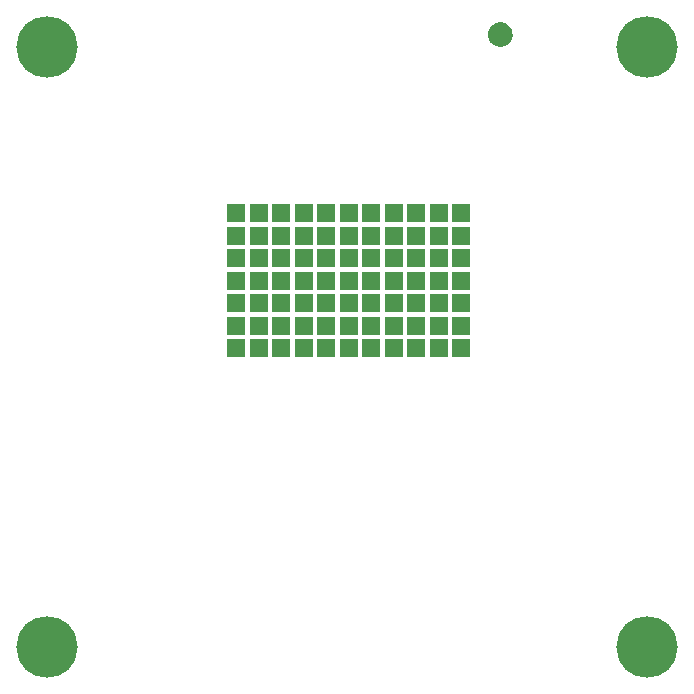
<source format=gbs>
G04 Layer: BottomSolderMaskLayer*
G04 EasyEDA v6.5.34, 2023-08-21 18:11:39*
G04 9c97267a3da04390b3a887c6ab87079a,5a6b42c53f6a479593ecc07194224c93,10*
G04 Gerber Generator version 0.2*
G04 Scale: 100 percent, Rotated: No, Reflected: No *
G04 Dimensions in millimeters *
G04 leading zeros omitted , absolute positions ,4 integer and 5 decimal *
%FSLAX45Y45*%
%MOMM*%

%ADD10C,5.2032*%

%LPD*%
G36*
X4216400Y5669534D02*
G01*
X4207154Y5669127D01*
X4198010Y5667908D01*
X4189018Y5665876D01*
X4184599Y5664606D01*
X4175963Y5661406D01*
X4167632Y5657443D01*
X4159656Y5652770D01*
X4152137Y5647385D01*
X4145127Y5641390D01*
X4138676Y5634837D01*
X4132834Y5627674D01*
X4127652Y5620054D01*
X4123131Y5611977D01*
X4119372Y5603544D01*
X4116374Y5594858D01*
X4114139Y5585866D01*
X4112717Y5576773D01*
X4112107Y5567578D01*
X4112310Y5558332D01*
X4113326Y5549188D01*
X4115155Y5540146D01*
X4117797Y5531307D01*
X4119372Y5526938D01*
X4123131Y5518556D01*
X4127652Y5510479D01*
X4132834Y5502859D01*
X4138676Y5495696D01*
X4145127Y5489143D01*
X4152137Y5483098D01*
X4159656Y5477764D01*
X4167632Y5473090D01*
X4175963Y5469128D01*
X4184599Y5465927D01*
X4193489Y5463540D01*
X4202582Y5461914D01*
X4211777Y5461101D01*
X4221022Y5461101D01*
X4230166Y5461914D01*
X4239260Y5463540D01*
X4248150Y5465927D01*
X4256836Y5469128D01*
X4265168Y5473090D01*
X4273092Y5477764D01*
X4280611Y5483098D01*
X4287621Y5489143D01*
X4294073Y5495696D01*
X4299915Y5502859D01*
X4305096Y5510479D01*
X4309618Y5518556D01*
X4313377Y5526938D01*
X4316374Y5535676D01*
X4318609Y5544616D01*
X4320032Y5553760D01*
X4320641Y5562955D01*
X4320438Y5572201D01*
X4319422Y5581345D01*
X4317593Y5590387D01*
X4314952Y5599226D01*
X4311599Y5607812D01*
X4307433Y5616092D01*
X4302607Y5623915D01*
X4297070Y5631332D01*
X4290923Y5638190D01*
X4284218Y5644489D01*
X4276953Y5650179D01*
X4269181Y5655208D01*
X4261053Y5659526D01*
X4252518Y5663082D01*
X4248150Y5664606D01*
X4239260Y5666994D01*
X4230166Y5668619D01*
X4221022Y5669432D01*
G37*
D10*
G01*
X380992Y5460992D03*
G01*
X380992Y380992D03*
G01*
X5460992Y380992D03*
G01*
X5460992Y5460992D03*
G36*
X3809992Y4127492D02*
G01*
X3962392Y4127492D01*
X3962392Y3975092D01*
X3809992Y3975092D01*
G37*
G36*
X3809992Y3936992D02*
G01*
X3962392Y3936992D01*
X3962392Y3784592D01*
X3809992Y3784592D01*
G37*
G36*
X3809992Y3746492D02*
G01*
X3962392Y3746492D01*
X3962392Y3594092D01*
X3809992Y3594092D01*
G37*
G36*
X3809992Y3555992D02*
G01*
X3962392Y3555992D01*
X3962392Y3403592D01*
X3809992Y3403592D01*
G37*
G36*
X3809992Y3365492D02*
G01*
X3962392Y3365492D01*
X3962392Y3213092D01*
X3809992Y3213092D01*
G37*
G36*
X3809992Y3174992D02*
G01*
X3962392Y3174992D01*
X3962392Y3022592D01*
X3809992Y3022592D01*
G37*
G36*
X3809992Y2984492D02*
G01*
X3962392Y2984492D01*
X3962392Y2832092D01*
X3809992Y2832092D01*
G37*
G36*
X3619492Y4127492D02*
G01*
X3771892Y4127492D01*
X3771892Y3975092D01*
X3619492Y3975092D01*
G37*
G36*
X3619492Y3936992D02*
G01*
X3771892Y3936992D01*
X3771892Y3784592D01*
X3619492Y3784592D01*
G37*
G36*
X3619492Y3746492D02*
G01*
X3771892Y3746492D01*
X3771892Y3594092D01*
X3619492Y3594092D01*
G37*
G36*
X3619492Y3555992D02*
G01*
X3771892Y3555992D01*
X3771892Y3403592D01*
X3619492Y3403592D01*
G37*
G36*
X3619492Y3365492D02*
G01*
X3771892Y3365492D01*
X3771892Y3213092D01*
X3619492Y3213092D01*
G37*
G36*
X3619492Y3174992D02*
G01*
X3771892Y3174992D01*
X3771892Y3022592D01*
X3619492Y3022592D01*
G37*
G36*
X3619492Y2984492D02*
G01*
X3771892Y2984492D01*
X3771892Y2832092D01*
X3619492Y2832092D01*
G37*
G36*
X3428992Y4127492D02*
G01*
X3581392Y4127492D01*
X3581392Y3975092D01*
X3428992Y3975092D01*
G37*
G36*
X3428992Y3936992D02*
G01*
X3581392Y3936992D01*
X3581392Y3784592D01*
X3428992Y3784592D01*
G37*
G36*
X3428992Y3746492D02*
G01*
X3581392Y3746492D01*
X3581392Y3594092D01*
X3428992Y3594092D01*
G37*
G36*
X3428992Y3555992D02*
G01*
X3581392Y3555992D01*
X3581392Y3403592D01*
X3428992Y3403592D01*
G37*
G36*
X3428992Y3365492D02*
G01*
X3581392Y3365492D01*
X3581392Y3213092D01*
X3428992Y3213092D01*
G37*
G36*
X3428992Y3174992D02*
G01*
X3581392Y3174992D01*
X3581392Y3022592D01*
X3428992Y3022592D01*
G37*
G36*
X3428992Y2984492D02*
G01*
X3581392Y2984492D01*
X3581392Y2832092D01*
X3428992Y2832092D01*
G37*
G36*
X3238492Y4127492D02*
G01*
X3390892Y4127492D01*
X3390892Y3975092D01*
X3238492Y3975092D01*
G37*
G36*
X3238492Y3936992D02*
G01*
X3390892Y3936992D01*
X3390892Y3784592D01*
X3238492Y3784592D01*
G37*
G36*
X3238492Y3746492D02*
G01*
X3390892Y3746492D01*
X3390892Y3594092D01*
X3238492Y3594092D01*
G37*
G36*
X3238492Y3555992D02*
G01*
X3390892Y3555992D01*
X3390892Y3403592D01*
X3238492Y3403592D01*
G37*
G36*
X3238492Y3365492D02*
G01*
X3390892Y3365492D01*
X3390892Y3213092D01*
X3238492Y3213092D01*
G37*
G36*
X3238492Y3174992D02*
G01*
X3390892Y3174992D01*
X3390892Y3022592D01*
X3238492Y3022592D01*
G37*
G36*
X3238492Y2984492D02*
G01*
X3390892Y2984492D01*
X3390892Y2832092D01*
X3238492Y2832092D01*
G37*
G36*
X3047992Y4127492D02*
G01*
X3200392Y4127492D01*
X3200392Y3975092D01*
X3047992Y3975092D01*
G37*
G36*
X3047992Y3936992D02*
G01*
X3200392Y3936992D01*
X3200392Y3784592D01*
X3047992Y3784592D01*
G37*
G36*
X3047992Y3746492D02*
G01*
X3200392Y3746492D01*
X3200392Y3594092D01*
X3047992Y3594092D01*
G37*
G36*
X3047992Y3555992D02*
G01*
X3200392Y3555992D01*
X3200392Y3403592D01*
X3047992Y3403592D01*
G37*
G36*
X3047992Y3365492D02*
G01*
X3200392Y3365492D01*
X3200392Y3213092D01*
X3047992Y3213092D01*
G37*
G36*
X3047992Y3174992D02*
G01*
X3200392Y3174992D01*
X3200392Y3022592D01*
X3047992Y3022592D01*
G37*
G36*
X3047992Y2984492D02*
G01*
X3200392Y2984492D01*
X3200392Y2832092D01*
X3047992Y2832092D01*
G37*
G36*
X2857492Y4127492D02*
G01*
X3009892Y4127492D01*
X3009892Y3975092D01*
X2857492Y3975092D01*
G37*
G36*
X2857492Y3936992D02*
G01*
X3009892Y3936992D01*
X3009892Y3784592D01*
X2857492Y3784592D01*
G37*
G36*
X2857492Y3746492D02*
G01*
X3009892Y3746492D01*
X3009892Y3594092D01*
X2857492Y3594092D01*
G37*
G36*
X2857492Y3555992D02*
G01*
X3009892Y3555992D01*
X3009892Y3403592D01*
X2857492Y3403592D01*
G37*
G36*
X2857492Y3365492D02*
G01*
X3009892Y3365492D01*
X3009892Y3213092D01*
X2857492Y3213092D01*
G37*
G36*
X2857492Y3174992D02*
G01*
X3009892Y3174992D01*
X3009892Y3022592D01*
X2857492Y3022592D01*
G37*
G36*
X2857492Y2984492D02*
G01*
X3009892Y2984492D01*
X3009892Y2832092D01*
X2857492Y2832092D01*
G37*
G36*
X2666992Y4127492D02*
G01*
X2819392Y4127492D01*
X2819392Y3975092D01*
X2666992Y3975092D01*
G37*
G36*
X2666992Y3936992D02*
G01*
X2819392Y3936992D01*
X2819392Y3784592D01*
X2666992Y3784592D01*
G37*
G36*
X2666992Y3746492D02*
G01*
X2819392Y3746492D01*
X2819392Y3594092D01*
X2666992Y3594092D01*
G37*
G36*
X2666992Y3555992D02*
G01*
X2819392Y3555992D01*
X2819392Y3403592D01*
X2666992Y3403592D01*
G37*
G36*
X2666992Y3365492D02*
G01*
X2819392Y3365492D01*
X2819392Y3213092D01*
X2666992Y3213092D01*
G37*
G36*
X2666992Y3174992D02*
G01*
X2819392Y3174992D01*
X2819392Y3022592D01*
X2666992Y3022592D01*
G37*
G36*
X2666992Y2984492D02*
G01*
X2819392Y2984492D01*
X2819392Y2832092D01*
X2666992Y2832092D01*
G37*
G36*
X2476492Y4127492D02*
G01*
X2628892Y4127492D01*
X2628892Y3975092D01*
X2476492Y3975092D01*
G37*
G36*
X2476492Y3936992D02*
G01*
X2628892Y3936992D01*
X2628892Y3784592D01*
X2476492Y3784592D01*
G37*
G36*
X2476492Y3746492D02*
G01*
X2628892Y3746492D01*
X2628892Y3594092D01*
X2476492Y3594092D01*
G37*
G36*
X2476492Y3555992D02*
G01*
X2628892Y3555992D01*
X2628892Y3403592D01*
X2476492Y3403592D01*
G37*
G36*
X2476492Y3365492D02*
G01*
X2628892Y3365492D01*
X2628892Y3213092D01*
X2476492Y3213092D01*
G37*
G36*
X2476492Y3174992D02*
G01*
X2628892Y3174992D01*
X2628892Y3022592D01*
X2476492Y3022592D01*
G37*
G36*
X2476492Y2984492D02*
G01*
X2628892Y2984492D01*
X2628892Y2832092D01*
X2476492Y2832092D01*
G37*
G36*
X2285992Y4127492D02*
G01*
X2438392Y4127492D01*
X2438392Y3975092D01*
X2285992Y3975092D01*
G37*
G36*
X2285992Y3936992D02*
G01*
X2438392Y3936992D01*
X2438392Y3784592D01*
X2285992Y3784592D01*
G37*
G36*
X2285992Y3746492D02*
G01*
X2438392Y3746492D01*
X2438392Y3594092D01*
X2285992Y3594092D01*
G37*
G36*
X2285992Y3555992D02*
G01*
X2438392Y3555992D01*
X2438392Y3403592D01*
X2285992Y3403592D01*
G37*
G36*
X2285992Y3365492D02*
G01*
X2438392Y3365492D01*
X2438392Y3213092D01*
X2285992Y3213092D01*
G37*
G36*
X2285992Y3174992D02*
G01*
X2438392Y3174992D01*
X2438392Y3022592D01*
X2285992Y3022592D01*
G37*
G36*
X2285992Y2984492D02*
G01*
X2438392Y2984492D01*
X2438392Y2832092D01*
X2285992Y2832092D01*
G37*
G36*
X2095492Y4127492D02*
G01*
X2247892Y4127492D01*
X2247892Y3975092D01*
X2095492Y3975092D01*
G37*
G36*
X2095492Y3936992D02*
G01*
X2247892Y3936992D01*
X2247892Y3784592D01*
X2095492Y3784592D01*
G37*
G36*
X2095492Y3746492D02*
G01*
X2247892Y3746492D01*
X2247892Y3594092D01*
X2095492Y3594092D01*
G37*
G36*
X2095492Y3555992D02*
G01*
X2247892Y3555992D01*
X2247892Y3403592D01*
X2095492Y3403592D01*
G37*
G36*
X2095492Y3365492D02*
G01*
X2247892Y3365492D01*
X2247892Y3213092D01*
X2095492Y3213092D01*
G37*
G36*
X2095492Y3174992D02*
G01*
X2247892Y3174992D01*
X2247892Y3022592D01*
X2095492Y3022592D01*
G37*
G36*
X2095492Y2984492D02*
G01*
X2247892Y2984492D01*
X2247892Y2832092D01*
X2095492Y2832092D01*
G37*
G36*
X1904992Y2984492D02*
G01*
X2057392Y2984492D01*
X2057392Y2832092D01*
X1904992Y2832092D01*
G37*
G36*
X1904992Y3174992D02*
G01*
X2057392Y3174992D01*
X2057392Y3022592D01*
X1904992Y3022592D01*
G37*
G36*
X1904992Y3365492D02*
G01*
X2057392Y3365492D01*
X2057392Y3213092D01*
X1904992Y3213092D01*
G37*
G36*
X1904992Y3555992D02*
G01*
X2057392Y3555992D01*
X2057392Y3403592D01*
X1904992Y3403592D01*
G37*
G36*
X1904992Y3746492D02*
G01*
X2057392Y3746492D01*
X2057392Y3594092D01*
X1904992Y3594092D01*
G37*
G36*
X1904992Y3936992D02*
G01*
X2057392Y3936992D01*
X2057392Y3784592D01*
X1904992Y3784592D01*
G37*
G36*
X1904992Y4127492D02*
G01*
X2057392Y4127492D01*
X2057392Y3975092D01*
X1904992Y3975092D01*
G37*
M02*

</source>
